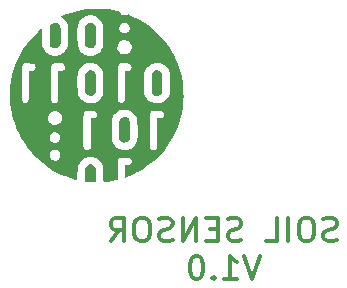
<source format=gbr>
%TF.GenerationSoftware,KiCad,Pcbnew,7.0.8*%
%TF.CreationDate,2024-02-12T20:34:51+01:00*%
%TF.ProjectId,tiny-plant-sensor,74696e79-2d70-46c6-916e-742d73656e73,rev?*%
%TF.SameCoordinates,Original*%
%TF.FileFunction,Legend,Bot*%
%TF.FilePolarity,Positive*%
%FSLAX46Y46*%
G04 Gerber Fmt 4.6, Leading zero omitted, Abs format (unit mm)*
G04 Created by KiCad (PCBNEW 7.0.8) date 2024-02-12 20:34:51*
%MOMM*%
%LPD*%
G01*
G04 APERTURE LIST*
%ADD10C,0.300000*%
G04 APERTURE END LIST*
D10*
X113571428Y-54674400D02*
X113285714Y-54769638D01*
X113285714Y-54769638D02*
X112809523Y-54769638D01*
X112809523Y-54769638D02*
X112619047Y-54674400D01*
X112619047Y-54674400D02*
X112523809Y-54579161D01*
X112523809Y-54579161D02*
X112428571Y-54388685D01*
X112428571Y-54388685D02*
X112428571Y-54198209D01*
X112428571Y-54198209D02*
X112523809Y-54007733D01*
X112523809Y-54007733D02*
X112619047Y-53912495D01*
X112619047Y-53912495D02*
X112809523Y-53817257D01*
X112809523Y-53817257D02*
X113190476Y-53722019D01*
X113190476Y-53722019D02*
X113380952Y-53626780D01*
X113380952Y-53626780D02*
X113476190Y-53531542D01*
X113476190Y-53531542D02*
X113571428Y-53341066D01*
X113571428Y-53341066D02*
X113571428Y-53150590D01*
X113571428Y-53150590D02*
X113476190Y-52960114D01*
X113476190Y-52960114D02*
X113380952Y-52864876D01*
X113380952Y-52864876D02*
X113190476Y-52769638D01*
X113190476Y-52769638D02*
X112714285Y-52769638D01*
X112714285Y-52769638D02*
X112428571Y-52864876D01*
X111190476Y-52769638D02*
X110809523Y-52769638D01*
X110809523Y-52769638D02*
X110619047Y-52864876D01*
X110619047Y-52864876D02*
X110428571Y-53055352D01*
X110428571Y-53055352D02*
X110333333Y-53436304D01*
X110333333Y-53436304D02*
X110333333Y-54102971D01*
X110333333Y-54102971D02*
X110428571Y-54483923D01*
X110428571Y-54483923D02*
X110619047Y-54674400D01*
X110619047Y-54674400D02*
X110809523Y-54769638D01*
X110809523Y-54769638D02*
X111190476Y-54769638D01*
X111190476Y-54769638D02*
X111380952Y-54674400D01*
X111380952Y-54674400D02*
X111571428Y-54483923D01*
X111571428Y-54483923D02*
X111666666Y-54102971D01*
X111666666Y-54102971D02*
X111666666Y-53436304D01*
X111666666Y-53436304D02*
X111571428Y-53055352D01*
X111571428Y-53055352D02*
X111380952Y-52864876D01*
X111380952Y-52864876D02*
X111190476Y-52769638D01*
X109476190Y-54769638D02*
X109476190Y-52769638D01*
X107571428Y-54769638D02*
X108523809Y-54769638D01*
X108523809Y-54769638D02*
X108523809Y-52769638D01*
X105476189Y-54674400D02*
X105190475Y-54769638D01*
X105190475Y-54769638D02*
X104714284Y-54769638D01*
X104714284Y-54769638D02*
X104523808Y-54674400D01*
X104523808Y-54674400D02*
X104428570Y-54579161D01*
X104428570Y-54579161D02*
X104333332Y-54388685D01*
X104333332Y-54388685D02*
X104333332Y-54198209D01*
X104333332Y-54198209D02*
X104428570Y-54007733D01*
X104428570Y-54007733D02*
X104523808Y-53912495D01*
X104523808Y-53912495D02*
X104714284Y-53817257D01*
X104714284Y-53817257D02*
X105095237Y-53722019D01*
X105095237Y-53722019D02*
X105285713Y-53626780D01*
X105285713Y-53626780D02*
X105380951Y-53531542D01*
X105380951Y-53531542D02*
X105476189Y-53341066D01*
X105476189Y-53341066D02*
X105476189Y-53150590D01*
X105476189Y-53150590D02*
X105380951Y-52960114D01*
X105380951Y-52960114D02*
X105285713Y-52864876D01*
X105285713Y-52864876D02*
X105095237Y-52769638D01*
X105095237Y-52769638D02*
X104619046Y-52769638D01*
X104619046Y-52769638D02*
X104333332Y-52864876D01*
X103476189Y-53722019D02*
X102809522Y-53722019D01*
X102523808Y-54769638D02*
X103476189Y-54769638D01*
X103476189Y-54769638D02*
X103476189Y-52769638D01*
X103476189Y-52769638D02*
X102523808Y-52769638D01*
X101666665Y-54769638D02*
X101666665Y-52769638D01*
X101666665Y-52769638D02*
X100523808Y-54769638D01*
X100523808Y-54769638D02*
X100523808Y-52769638D01*
X99666665Y-54674400D02*
X99380951Y-54769638D01*
X99380951Y-54769638D02*
X98904760Y-54769638D01*
X98904760Y-54769638D02*
X98714284Y-54674400D01*
X98714284Y-54674400D02*
X98619046Y-54579161D01*
X98619046Y-54579161D02*
X98523808Y-54388685D01*
X98523808Y-54388685D02*
X98523808Y-54198209D01*
X98523808Y-54198209D02*
X98619046Y-54007733D01*
X98619046Y-54007733D02*
X98714284Y-53912495D01*
X98714284Y-53912495D02*
X98904760Y-53817257D01*
X98904760Y-53817257D02*
X99285713Y-53722019D01*
X99285713Y-53722019D02*
X99476189Y-53626780D01*
X99476189Y-53626780D02*
X99571427Y-53531542D01*
X99571427Y-53531542D02*
X99666665Y-53341066D01*
X99666665Y-53341066D02*
X99666665Y-53150590D01*
X99666665Y-53150590D02*
X99571427Y-52960114D01*
X99571427Y-52960114D02*
X99476189Y-52864876D01*
X99476189Y-52864876D02*
X99285713Y-52769638D01*
X99285713Y-52769638D02*
X98809522Y-52769638D01*
X98809522Y-52769638D02*
X98523808Y-52864876D01*
X97285713Y-52769638D02*
X96904760Y-52769638D01*
X96904760Y-52769638D02*
X96714284Y-52864876D01*
X96714284Y-52864876D02*
X96523808Y-53055352D01*
X96523808Y-53055352D02*
X96428570Y-53436304D01*
X96428570Y-53436304D02*
X96428570Y-54102971D01*
X96428570Y-54102971D02*
X96523808Y-54483923D01*
X96523808Y-54483923D02*
X96714284Y-54674400D01*
X96714284Y-54674400D02*
X96904760Y-54769638D01*
X96904760Y-54769638D02*
X97285713Y-54769638D01*
X97285713Y-54769638D02*
X97476189Y-54674400D01*
X97476189Y-54674400D02*
X97666665Y-54483923D01*
X97666665Y-54483923D02*
X97761903Y-54102971D01*
X97761903Y-54102971D02*
X97761903Y-53436304D01*
X97761903Y-53436304D02*
X97666665Y-53055352D01*
X97666665Y-53055352D02*
X97476189Y-52864876D01*
X97476189Y-52864876D02*
X97285713Y-52769638D01*
X94428570Y-54769638D02*
X95095237Y-53817257D01*
X95571427Y-54769638D02*
X95571427Y-52769638D01*
X95571427Y-52769638D02*
X94809522Y-52769638D01*
X94809522Y-52769638D02*
X94619046Y-52864876D01*
X94619046Y-52864876D02*
X94523808Y-52960114D01*
X94523808Y-52960114D02*
X94428570Y-53150590D01*
X94428570Y-53150590D02*
X94428570Y-53436304D01*
X94428570Y-53436304D02*
X94523808Y-53626780D01*
X94523808Y-53626780D02*
X94619046Y-53722019D01*
X94619046Y-53722019D02*
X94809522Y-53817257D01*
X94809522Y-53817257D02*
X95571427Y-53817257D01*
X107047618Y-55989638D02*
X106380952Y-57989638D01*
X106380952Y-57989638D02*
X105714285Y-55989638D01*
X103999999Y-57989638D02*
X105142856Y-57989638D01*
X104571428Y-57989638D02*
X104571428Y-55989638D01*
X104571428Y-55989638D02*
X104761904Y-56275352D01*
X104761904Y-56275352D02*
X104952380Y-56465828D01*
X104952380Y-56465828D02*
X105142856Y-56561066D01*
X103142856Y-57799161D02*
X103047618Y-57894400D01*
X103047618Y-57894400D02*
X103142856Y-57989638D01*
X103142856Y-57989638D02*
X103238094Y-57894400D01*
X103238094Y-57894400D02*
X103142856Y-57799161D01*
X103142856Y-57799161D02*
X103142856Y-57989638D01*
X101809523Y-55989638D02*
X101619046Y-55989638D01*
X101619046Y-55989638D02*
X101428570Y-56084876D01*
X101428570Y-56084876D02*
X101333332Y-56180114D01*
X101333332Y-56180114D02*
X101238094Y-56370590D01*
X101238094Y-56370590D02*
X101142856Y-56751542D01*
X101142856Y-56751542D02*
X101142856Y-57227733D01*
X101142856Y-57227733D02*
X101238094Y-57608685D01*
X101238094Y-57608685D02*
X101333332Y-57799161D01*
X101333332Y-57799161D02*
X101428570Y-57894400D01*
X101428570Y-57894400D02*
X101619046Y-57989638D01*
X101619046Y-57989638D02*
X101809523Y-57989638D01*
X101809523Y-57989638D02*
X101999999Y-57894400D01*
X101999999Y-57894400D02*
X102095237Y-57799161D01*
X102095237Y-57799161D02*
X102190475Y-57608685D01*
X102190475Y-57608685D02*
X102285713Y-57227733D01*
X102285713Y-57227733D02*
X102285713Y-56751542D01*
X102285713Y-56751542D02*
X102190475Y-56370590D01*
X102190475Y-56370590D02*
X102095237Y-56180114D01*
X102095237Y-56180114D02*
X101999999Y-56084876D01*
X101999999Y-56084876D02*
X101809523Y-55989638D01*
%TO.C,G\u002A\u002A\u002A*%
G36*
X92833074Y-48261004D02*
G01*
X92882551Y-48279323D01*
X92995536Y-48352339D01*
X93094951Y-48454027D01*
X93160211Y-48565246D01*
X93168622Y-48605935D01*
X93177877Y-48702985D01*
X93185053Y-48841906D01*
X93189692Y-49013293D01*
X93191340Y-49207742D01*
X93191340Y-49767669D01*
X92788049Y-49748496D01*
X92683350Y-49744117D01*
X92525386Y-49738021D01*
X92411148Y-49728077D01*
X92333650Y-49706489D01*
X92285906Y-49665459D01*
X92260932Y-49597188D01*
X92251742Y-49493879D01*
X92251350Y-49347733D01*
X92252772Y-49150954D01*
X92253230Y-49000986D01*
X92255751Y-48833933D01*
X92261070Y-48710132D01*
X92269854Y-48620590D01*
X92282770Y-48556314D01*
X92300488Y-48508311D01*
X92308347Y-48492583D01*
X92403039Y-48370366D01*
X92531398Y-48286694D01*
X92679413Y-48248072D01*
X92833074Y-48261004D01*
G37*
G36*
X95793696Y-44278403D02*
G01*
X95823073Y-44293192D01*
X95890609Y-44329689D01*
X95943309Y-44367274D01*
X95983115Y-44413144D01*
X96011967Y-44474494D01*
X96031804Y-44558522D01*
X96044568Y-44672421D01*
X96052199Y-44823389D01*
X96056637Y-45018622D01*
X96059824Y-45265315D01*
X96061401Y-45438574D01*
X96062050Y-45632677D01*
X96061407Y-45802748D01*
X96059549Y-45940133D01*
X96056554Y-46036177D01*
X96052500Y-46082223D01*
X96031166Y-46134779D01*
X95965634Y-46228845D01*
X95878422Y-46315454D01*
X95788522Y-46373640D01*
X95713919Y-46398767D01*
X95560489Y-46408958D01*
X95414467Y-46368205D01*
X95287975Y-46281021D01*
X95193130Y-46151920D01*
X95192822Y-46151311D01*
X95172017Y-46107321D01*
X95156135Y-46062952D01*
X95144514Y-46009878D01*
X95136492Y-45939771D01*
X95131405Y-45844308D01*
X95128592Y-45715162D01*
X95127390Y-45544008D01*
X95127137Y-45322519D01*
X95127343Y-45164755D01*
X95129175Y-44955201D01*
X95134129Y-44791681D01*
X95143664Y-44666428D01*
X95159235Y-44571675D01*
X95182302Y-44499653D01*
X95214320Y-44442595D01*
X95256748Y-44392733D01*
X95311042Y-44342301D01*
X95359934Y-44303519D01*
X95497523Y-44237007D01*
X95641561Y-44228708D01*
X95793696Y-44278403D01*
G37*
G36*
X98535920Y-40328852D02*
G01*
X98661112Y-40408233D01*
X98757198Y-40529159D01*
X98765567Y-40545827D01*
X98779566Y-40584947D01*
X98790167Y-40637798D01*
X98797825Y-40711869D01*
X98802993Y-40814646D01*
X98806123Y-40953617D01*
X98807669Y-41136270D01*
X98808084Y-41370092D01*
X98808083Y-41385958D01*
X98807763Y-41613223D01*
X98806498Y-41789954D01*
X98803760Y-41923802D01*
X98799018Y-42022418D01*
X98791743Y-42093454D01*
X98781405Y-42144563D01*
X98767475Y-42183395D01*
X98749423Y-42217603D01*
X98704991Y-42282516D01*
X98584041Y-42392749D01*
X98437854Y-42452813D01*
X98338872Y-42463045D01*
X98183428Y-42436236D01*
X98046632Y-42360387D01*
X97941550Y-42241073D01*
X97938203Y-42235495D01*
X97921626Y-42202969D01*
X97908833Y-42163621D01*
X97899338Y-42110045D01*
X97892653Y-42034836D01*
X97888292Y-41930589D01*
X97885769Y-41789899D01*
X97884598Y-41605361D01*
X97884290Y-41369568D01*
X97884338Y-41156974D01*
X97884946Y-40969818D01*
X97886720Y-40827130D01*
X97890266Y-40721440D01*
X97896188Y-40645279D01*
X97905089Y-40591177D01*
X97917575Y-40551663D01*
X97934249Y-40519267D01*
X97955715Y-40486520D01*
X97992023Y-40439974D01*
X98109675Y-40346577D01*
X98247806Y-40297364D01*
X98394020Y-40291676D01*
X98535920Y-40328852D01*
G37*
G36*
X89885273Y-36280751D02*
G01*
X90024841Y-36373829D01*
X90049637Y-36397791D01*
X90125128Y-36492763D01*
X90169579Y-36584816D01*
X90175641Y-36617784D01*
X90184275Y-36713424D01*
X90190910Y-36849818D01*
X90195538Y-37015924D01*
X90198149Y-37200701D01*
X90198732Y-37393106D01*
X90197279Y-37582097D01*
X90193779Y-37756634D01*
X90188222Y-37905672D01*
X90180600Y-38018171D01*
X90170901Y-38083089D01*
X90169330Y-38088381D01*
X90108017Y-38208378D01*
X90009151Y-38318387D01*
X89891686Y-38397093D01*
X89835035Y-38416013D01*
X89707162Y-38426559D01*
X89576340Y-38405983D01*
X89470380Y-38356937D01*
X89463142Y-38351382D01*
X89392100Y-38283365D01*
X89327079Y-38202723D01*
X89315205Y-38184816D01*
X89297780Y-38153409D01*
X89284562Y-38116091D01*
X89274970Y-38065326D01*
X89268424Y-37993578D01*
X89264343Y-37893313D01*
X89262146Y-37756994D01*
X89261254Y-37577086D01*
X89261086Y-37346053D01*
X89261087Y-37329432D01*
X89261539Y-37086019D01*
X89263709Y-36893413D01*
X89268886Y-36744210D01*
X89278360Y-36631009D01*
X89293420Y-36546407D01*
X89315355Y-36483000D01*
X89345456Y-36433387D01*
X89385011Y-36390165D01*
X89435311Y-36345932D01*
X89453986Y-36330952D01*
X89591762Y-36258930D01*
X89738219Y-36242324D01*
X89885273Y-36280751D01*
G37*
G36*
X92901532Y-36287335D02*
G01*
X93027025Y-36372230D01*
X93123800Y-36500097D01*
X93127969Y-36508023D01*
X93148221Y-36549754D01*
X93163627Y-36592787D01*
X93174850Y-36645315D01*
X93182549Y-36715533D01*
X93187387Y-36811635D01*
X93190024Y-36941814D01*
X93191121Y-37114265D01*
X93191340Y-37337182D01*
X93191336Y-37380971D01*
X93191009Y-37594294D01*
X93189686Y-37758611D01*
X93186705Y-37882117D01*
X93181406Y-37973005D01*
X93173127Y-38039470D01*
X93161207Y-38089706D01*
X93144985Y-38131907D01*
X93123800Y-38174267D01*
X93053269Y-38275158D01*
X92925821Y-38371830D01*
X92890416Y-38389223D01*
X92736140Y-38429304D01*
X92585516Y-38411613D01*
X92443575Y-38336518D01*
X92437848Y-38332143D01*
X92383958Y-38288763D01*
X92341691Y-38245830D01*
X92309637Y-38195955D01*
X92286384Y-38131749D01*
X92270522Y-38045825D01*
X92260640Y-37930795D01*
X92255328Y-37779270D01*
X92253176Y-37583862D01*
X92252772Y-37337182D01*
X92252774Y-37311555D01*
X92253282Y-37070021D01*
X92255672Y-36879062D01*
X92261354Y-36731290D01*
X92271739Y-36619317D01*
X92288237Y-36535754D01*
X92312259Y-36473214D01*
X92345215Y-36424308D01*
X92388517Y-36381648D01*
X92443575Y-36337846D01*
X92470720Y-36318629D01*
X92611582Y-36257721D01*
X92759118Y-36248228D01*
X92901532Y-36287335D01*
G37*
G36*
X92825947Y-40294963D02*
G01*
X92959693Y-40351102D01*
X92988681Y-40373523D01*
X93064808Y-40454955D01*
X93126575Y-40549082D01*
X93136660Y-40569119D01*
X93155041Y-40610096D01*
X93168826Y-40653731D01*
X93178556Y-40708025D01*
X93184769Y-40780976D01*
X93188004Y-40880583D01*
X93188801Y-41014847D01*
X93187698Y-41191767D01*
X93185236Y-41419342D01*
X93184925Y-41445954D01*
X93182018Y-41668615D01*
X93178755Y-41840929D01*
X93174501Y-41970419D01*
X93168624Y-42064606D01*
X93160489Y-42131013D01*
X93149463Y-42177162D01*
X93134912Y-42210576D01*
X93116202Y-42238777D01*
X93082352Y-42280640D01*
X92952275Y-42392814D01*
X92806445Y-42452813D01*
X92660340Y-42459183D01*
X92513572Y-42417108D01*
X92388828Y-42331586D01*
X92300383Y-42209482D01*
X92299332Y-42207239D01*
X92284442Y-42166569D01*
X92273003Y-42112004D01*
X92264592Y-42036083D01*
X92258786Y-41931347D01*
X92255163Y-41790336D01*
X92253299Y-41605591D01*
X92252772Y-41369653D01*
X92252777Y-41327476D01*
X92253133Y-41107860D01*
X92254462Y-40937777D01*
X92257338Y-40809407D01*
X92262329Y-40714933D01*
X92270009Y-40646537D01*
X92280948Y-40596400D01*
X92295718Y-40556705D01*
X92314890Y-40519633D01*
X92314965Y-40519500D01*
X92410379Y-40403511D01*
X92536925Y-40324922D01*
X92680236Y-40287487D01*
X92825947Y-40294963D01*
G37*
G36*
X97818064Y-36658607D02*
G01*
X98306218Y-37082969D01*
X98754684Y-37547446D01*
X99160745Y-38049447D01*
X99415254Y-38428054D01*
X99521685Y-38586381D01*
X99834786Y-39155658D01*
X99893401Y-39276697D01*
X100113750Y-39783652D01*
X100289109Y-40286729D01*
X100425325Y-40804472D01*
X100528244Y-41355427D01*
X100552413Y-41543263D01*
X100577051Y-41839310D01*
X100591310Y-42161737D01*
X100592477Y-42264665D01*
X100595075Y-42493743D01*
X100588229Y-42818525D01*
X100570657Y-43119283D01*
X100542241Y-43379214D01*
X100542171Y-43379701D01*
X100433355Y-43981347D01*
X100417846Y-44040622D01*
X100284683Y-44549573D01*
X100092190Y-45097348D01*
X99851911Y-45637644D01*
X99714122Y-45905161D01*
X99376328Y-46470892D01*
X98994769Y-46998804D01*
X98584982Y-47471242D01*
X98571173Y-47487162D01*
X98107269Y-47934230D01*
X97604786Y-48338275D01*
X97065451Y-48697561D01*
X96490994Y-49010355D01*
X96408785Y-49050059D01*
X96240285Y-49128935D01*
X96079025Y-49201453D01*
X95940048Y-49260922D01*
X95838395Y-49300650D01*
X95625751Y-49375990D01*
X95625751Y-48834011D01*
X95625751Y-48292032D01*
X95815935Y-48292032D01*
X95901470Y-48290460D01*
X95981841Y-48280060D01*
X96041424Y-48254219D01*
X96101905Y-48206447D01*
X96162828Y-48142877D01*
X96191050Y-48077989D01*
X96197691Y-47984064D01*
X96191294Y-47891341D01*
X96163517Y-47826215D01*
X96101905Y-47761681D01*
X96091766Y-47752644D01*
X96052748Y-47720492D01*
X96013804Y-47698902D01*
X95963187Y-47685770D01*
X95889151Y-47678994D01*
X95779948Y-47676470D01*
X95623832Y-47676097D01*
X95534499Y-47676657D01*
X95360820Y-47683178D01*
X95233187Y-47698735D01*
X95142944Y-47725478D01*
X95081438Y-47765558D01*
X95040015Y-47821123D01*
X95034335Y-47842284D01*
X95025905Y-47922196D01*
X95019089Y-48053751D01*
X95014036Y-48232547D01*
X95010896Y-48454185D01*
X95009816Y-48714262D01*
X95009816Y-49550972D01*
X94899827Y-49579838D01*
X94898772Y-49580114D01*
X94770004Y-49609828D01*
X94603016Y-49642730D01*
X94417660Y-49675329D01*
X94233787Y-49704130D01*
X94071248Y-49725641D01*
X94053010Y-49727743D01*
X93947431Y-49740125D01*
X93868188Y-49749769D01*
X93831256Y-49754739D01*
X93827953Y-49746851D01*
X93821764Y-49691463D01*
X93815705Y-49590041D01*
X93810138Y-49450757D01*
X93805425Y-49281781D01*
X93801925Y-49091281D01*
X93801694Y-49074732D01*
X93798493Y-48863258D01*
X93794956Y-48700870D01*
X93790139Y-48578611D01*
X93783096Y-48487525D01*
X93772882Y-48418656D01*
X93758552Y-48363047D01*
X93739162Y-48311742D01*
X93713765Y-48255786D01*
X93673846Y-48180409D01*
X93539181Y-47998304D01*
X93367972Y-47839198D01*
X93176035Y-47718880D01*
X93128782Y-47696584D01*
X93044892Y-47663446D01*
X92962493Y-47644396D01*
X92861557Y-47635667D01*
X92722056Y-47633493D01*
X92658718Y-47633737D01*
X92535548Y-47638194D01*
X92441739Y-47651163D01*
X92356531Y-47676423D01*
X92259165Y-47717753D01*
X92103916Y-47808622D01*
X91933894Y-47954796D01*
X91791812Y-48128275D01*
X91692934Y-48313015D01*
X91683586Y-48337633D01*
X91661860Y-48404528D01*
X91645737Y-48476873D01*
X91634050Y-48565309D01*
X91625632Y-48680479D01*
X91619318Y-48833024D01*
X91613940Y-49033588D01*
X91610516Y-49172531D01*
X91605561Y-49329626D01*
X91599872Y-49440550D01*
X91592611Y-49512698D01*
X91582938Y-49553461D01*
X91570013Y-49570234D01*
X91552997Y-49570410D01*
X91509441Y-49558509D01*
X91423944Y-49536150D01*
X91320156Y-49509622D01*
X91292532Y-49502523D01*
X90968473Y-49404953D01*
X90617558Y-49276355D01*
X90255574Y-49123760D01*
X89898309Y-48954203D01*
X89561551Y-48774716D01*
X89261086Y-48592333D01*
X89224013Y-48567900D01*
X88684862Y-48176270D01*
X88189147Y-47745290D01*
X87977513Y-47525228D01*
X89261335Y-47525228D01*
X89291834Y-47657387D01*
X89365166Y-47776930D01*
X89484116Y-47873593D01*
X89488534Y-47876084D01*
X89601978Y-47921300D01*
X89715705Y-47939104D01*
X89821891Y-47926534D01*
X89961155Y-47866198D01*
X90071511Y-47764151D01*
X90144137Y-47629472D01*
X90170214Y-47471242D01*
X90161761Y-47379266D01*
X90108123Y-47236784D01*
X90010870Y-47126874D01*
X89876800Y-47056079D01*
X89712710Y-47030941D01*
X89653917Y-47034363D01*
X89512004Y-47075672D01*
X89399005Y-47155675D01*
X89317705Y-47264110D01*
X89270887Y-47390715D01*
X89261335Y-47525228D01*
X87977513Y-47525228D01*
X87737301Y-47275449D01*
X87329754Y-46767236D01*
X86966939Y-46221138D01*
X86857229Y-46019613D01*
X89265006Y-46019613D01*
X89297914Y-46159558D01*
X89374864Y-46284321D01*
X89495846Y-46382108D01*
X89646419Y-46436085D01*
X89801062Y-46432488D01*
X89954119Y-46371084D01*
X90072095Y-46270751D01*
X90145661Y-46135071D01*
X90170324Y-45967514D01*
X90165382Y-45903223D01*
X90118404Y-45765922D01*
X90030769Y-45653641D01*
X89913554Y-45572716D01*
X89777837Y-45529482D01*
X89634696Y-45530274D01*
X89495208Y-45581428D01*
X89430628Y-45626612D01*
X89331353Y-45741347D01*
X89276149Y-45876278D01*
X89265006Y-46019613D01*
X86857229Y-46019613D01*
X86649286Y-45637644D01*
X86624671Y-45586976D01*
X86529247Y-45368862D01*
X92106121Y-45368862D01*
X92106438Y-45593027D01*
X92107820Y-45876651D01*
X92108663Y-45967514D01*
X92110205Y-46133851D01*
X92113493Y-46359255D01*
X92117583Y-46547490D01*
X92122373Y-46693184D01*
X92127764Y-46790965D01*
X92133654Y-46835458D01*
X92168689Y-46899153D01*
X92227175Y-46969354D01*
X92298453Y-47014082D01*
X92412348Y-47034189D01*
X92532427Y-47010908D01*
X92640935Y-46945271D01*
X92736721Y-46859712D01*
X92741006Y-46224249D01*
X94525867Y-46224249D01*
X94610167Y-46406753D01*
X94693720Y-46550344D01*
X94828244Y-46712862D01*
X94985675Y-46851817D01*
X95149112Y-46950170D01*
X95162475Y-46956012D01*
X95267719Y-46990445D01*
X95396873Y-47011726D01*
X95567091Y-47022835D01*
X95615011Y-47024382D01*
X95743151Y-47025095D01*
X95838475Y-47016986D01*
X95920658Y-46997426D01*
X96009377Y-46963791D01*
X96117534Y-46913348D01*
X96308530Y-46789108D01*
X96461309Y-46630539D01*
X96587805Y-46426557D01*
X96604006Y-46392985D01*
X96639200Y-46301580D01*
X96666301Y-46195715D01*
X96686005Y-46068047D01*
X96699008Y-45911229D01*
X96706005Y-45717916D01*
X96707694Y-45480764D01*
X96706603Y-45373200D01*
X97737529Y-45373200D01*
X97737537Y-45480764D01*
X97737539Y-45503995D01*
X97737806Y-45824828D01*
X97738767Y-46093682D01*
X97740858Y-46315453D01*
X97744517Y-46495038D01*
X97750178Y-46637334D01*
X97758279Y-46747238D01*
X97769257Y-46829646D01*
X97783546Y-46889454D01*
X97801585Y-46931560D01*
X97823808Y-46960861D01*
X97850653Y-46982252D01*
X97882556Y-47000631D01*
X97894224Y-47005884D01*
X97968676Y-47023656D01*
X98060490Y-47030831D01*
X98099189Y-47029550D01*
X98188226Y-47006892D01*
X98267730Y-46945096D01*
X98353465Y-46859362D01*
X98353465Y-45595905D01*
X98353465Y-44332448D01*
X98547044Y-44332448D01*
X98556601Y-44332441D01*
X98660698Y-44329635D01*
X98728696Y-44316837D01*
X98781583Y-44286912D01*
X98840347Y-44232725D01*
X98855548Y-44217078D01*
X98920341Y-44127818D01*
X98940070Y-44040622D01*
X98939321Y-44019760D01*
X98914353Y-43909025D01*
X98862431Y-43810248D01*
X98795043Y-43746712D01*
X98787879Y-43743851D01*
X98726163Y-43733192D01*
X98621464Y-43724655D01*
X98486352Y-43719044D01*
X98333395Y-43717164D01*
X98286560Y-43717311D01*
X98117942Y-43720267D01*
X97995650Y-43729180D01*
X97909712Y-43746992D01*
X97850155Y-43776644D01*
X97807006Y-43821077D01*
X97770292Y-43883233D01*
X97766472Y-43895059D01*
X97758540Y-43955209D01*
X97751945Y-44062499D01*
X97746643Y-44218848D01*
X97742592Y-44426174D01*
X97739751Y-44686396D01*
X97738078Y-45001432D01*
X97737529Y-45373200D01*
X96706603Y-45373200D01*
X96704770Y-45192428D01*
X96701304Y-44988711D01*
X96697149Y-44804547D01*
X96692053Y-44662977D01*
X96685270Y-44555452D01*
X96676051Y-44473419D01*
X96663649Y-44408329D01*
X96647317Y-44351630D01*
X96626308Y-44294771D01*
X96545164Y-44138037D01*
X96408075Y-43961484D01*
X96240988Y-43809722D01*
X96059312Y-43698942D01*
X96015732Y-43679300D01*
X95926227Y-43644954D01*
X95840325Y-43625137D01*
X95737298Y-43616042D01*
X95596421Y-43613856D01*
X95550412Y-43614014D01*
X95421270Y-43617994D01*
X95325006Y-43629968D01*
X95241675Y-43653434D01*
X95151330Y-43691887D01*
X94938787Y-43821383D01*
X94758411Y-43996959D01*
X94746910Y-44014891D01*
X94621188Y-44210915D01*
X94525867Y-44404540D01*
X94525867Y-45314394D01*
X94525867Y-46224249D01*
X92741006Y-46224249D01*
X92745241Y-45596080D01*
X92753760Y-44332448D01*
X92915818Y-44332448D01*
X92954606Y-44331686D01*
X93110599Y-44306985D01*
X93220620Y-44246662D01*
X93285985Y-44149653D01*
X93308009Y-44014891D01*
X93305837Y-43959142D01*
X93282452Y-43877038D01*
X93222926Y-43802247D01*
X93137192Y-43716512D01*
X92740357Y-43716512D01*
X92584981Y-43718637D01*
X92439459Y-43725411D01*
X92330941Y-43736090D01*
X92270231Y-43749906D01*
X92257323Y-43755879D01*
X92223161Y-43774181D01*
X92194573Y-43797269D01*
X92171065Y-43830041D01*
X92152139Y-43877394D01*
X92137299Y-43944225D01*
X92126048Y-44035434D01*
X92117891Y-44155916D01*
X92112330Y-44310571D01*
X92111946Y-44332082D01*
X92108868Y-44504295D01*
X92107011Y-44741986D01*
X92106260Y-45028543D01*
X92106121Y-45368862D01*
X86529247Y-45368862D01*
X86392351Y-45055956D01*
X86206763Y-44520827D01*
X86169492Y-44376816D01*
X89119764Y-44376816D01*
X89133527Y-44486534D01*
X89189670Y-44646450D01*
X89290589Y-44772407D01*
X89440857Y-44871452D01*
X89477715Y-44888584D01*
X89604697Y-44932004D01*
X89715705Y-44948383D01*
X89833411Y-44932228D01*
X89984926Y-44873983D01*
X90122341Y-44784501D01*
X90223621Y-44675615D01*
X90262286Y-44610686D01*
X90287689Y-44541762D01*
X90299447Y-44455808D01*
X90302310Y-44332082D01*
X90302310Y-44331614D01*
X90299655Y-44209596D01*
X90288486Y-44125665D01*
X90263964Y-44059426D01*
X90221249Y-43990484D01*
X90120482Y-43877199D01*
X89973153Y-43781498D01*
X89808534Y-43732586D01*
X89637641Y-43731814D01*
X89471490Y-43780534D01*
X89321099Y-43880096D01*
X89265428Y-43934232D01*
X89171653Y-44062212D01*
X89125407Y-44204044D01*
X89119764Y-44376816D01*
X86169492Y-44376816D01*
X86063386Y-43966832D01*
X85957703Y-43379214D01*
X85935508Y-43189853D01*
X85915433Y-42899939D01*
X85913728Y-42842471D01*
X86885335Y-42842471D01*
X86985058Y-42942194D01*
X86992137Y-42949124D01*
X87105287Y-43024080D01*
X87226272Y-43041566D01*
X87351391Y-43000986D01*
X87372760Y-42988882D01*
X87403942Y-42967863D01*
X87429527Y-42941466D01*
X87450075Y-42904363D01*
X87466145Y-42851226D01*
X87467573Y-42842471D01*
X89349077Y-42842471D01*
X89448800Y-42942194D01*
X89483394Y-42974707D01*
X89563297Y-43026565D01*
X89646779Y-43040742D01*
X89648272Y-43040721D01*
X89765174Y-43019760D01*
X89868064Y-42968068D01*
X89934944Y-42896643D01*
X89940550Y-42872198D01*
X89947808Y-42788498D01*
X89953863Y-42649930D01*
X89958663Y-42458746D01*
X89962156Y-42217195D01*
X89964289Y-41927529D01*
X89965012Y-41591997D01*
X89965012Y-41210975D01*
X91610778Y-41210975D01*
X91613764Y-41485530D01*
X91613777Y-41486399D01*
X91617578Y-41718499D01*
X91621648Y-41900313D01*
X91626691Y-42040188D01*
X91633412Y-42146469D01*
X91642515Y-42227501D01*
X91654705Y-42291631D01*
X91670685Y-42347203D01*
X91691160Y-42402565D01*
X91717617Y-42463164D01*
X91843741Y-42663854D01*
X92012566Y-42836285D01*
X92213431Y-42971059D01*
X92435675Y-43058780D01*
X92551968Y-43082921D01*
X92794707Y-43091859D01*
X93031083Y-43047875D01*
X93251835Y-42954334D01*
X93447701Y-42814605D01*
X93609419Y-42632055D01*
X93641003Y-42585977D01*
X93689070Y-42509134D01*
X93727059Y-42433348D01*
X93756049Y-42351159D01*
X93777123Y-42255103D01*
X93791361Y-42137717D01*
X93799845Y-41991538D01*
X93803655Y-41809105D01*
X93803874Y-41582954D01*
X93801581Y-41305623D01*
X93792610Y-40446189D01*
X93712252Y-40282677D01*
X93686911Y-40234028D01*
X93543843Y-40030405D01*
X93406196Y-39904505D01*
X95009816Y-39904505D01*
X95010468Y-41377887D01*
X95010479Y-41403003D01*
X95010544Y-41582954D01*
X95010600Y-41739454D01*
X95011004Y-42022474D01*
X95012187Y-42256958D01*
X95014649Y-42447802D01*
X95018887Y-42599899D01*
X95025399Y-42718144D01*
X95034685Y-42807432D01*
X95047242Y-42872657D01*
X95063569Y-42918714D01*
X95084163Y-42950498D01*
X95109524Y-42972902D01*
X95140149Y-42990823D01*
X95176536Y-43009153D01*
X95294871Y-43043188D01*
X95413810Y-43021520D01*
X95526028Y-42942194D01*
X95625751Y-42842471D01*
X95625751Y-42264665D01*
X97253580Y-42264665D01*
X97336330Y-42443713D01*
X97397527Y-42555048D01*
X97536800Y-42733829D01*
X97707112Y-42887290D01*
X97891805Y-42998783D01*
X97898991Y-43002005D01*
X98061710Y-43054608D01*
X98248692Y-43085274D01*
X98434966Y-43091453D01*
X98595559Y-43070598D01*
X98821280Y-42985141D01*
X99027069Y-42848981D01*
X99200489Y-42670068D01*
X99333255Y-42455311D01*
X99424019Y-42264665D01*
X99424019Y-41370092D01*
X99424019Y-40475519D01*
X99338934Y-40291266D01*
X99246995Y-40135068D01*
X99100583Y-39965341D01*
X98927281Y-39823608D01*
X98743105Y-39725089D01*
X98594700Y-39681652D01*
X98369037Y-39656565D01*
X98139418Y-39671825D01*
X97928176Y-39727368D01*
X97891039Y-39743069D01*
X97718630Y-39846364D01*
X97556326Y-39988773D01*
X97514546Y-40039539D01*
X97419703Y-40154780D01*
X97324339Y-40328868D01*
X97318444Y-40343595D01*
X97299496Y-40393795D01*
X97284650Y-40442953D01*
X97273407Y-40498532D01*
X97265265Y-40567994D01*
X97259725Y-40658802D01*
X97256286Y-40778420D01*
X97254449Y-40934310D01*
X97253714Y-41133935D01*
X97253580Y-41384757D01*
X97253580Y-42264665D01*
X95625751Y-42264665D01*
X95625751Y-41597017D01*
X95625751Y-40351564D01*
X95816390Y-40336262D01*
X95956985Y-40316576D01*
X96067751Y-40275465D01*
X96140961Y-40208022D01*
X96186760Y-40107993D01*
X96203843Y-40039539D01*
X96203599Y-39967559D01*
X96174415Y-39889222D01*
X96134488Y-39820321D01*
X96080194Y-39766156D01*
X96005141Y-39730219D01*
X95899953Y-39709665D01*
X95755255Y-39701649D01*
X95561674Y-39703328D01*
X95180840Y-39712933D01*
X95095328Y-39808719D01*
X95009816Y-39904505D01*
X93406196Y-39904505D01*
X93365824Y-39867578D01*
X93160726Y-39748309D01*
X92936425Y-39675356D01*
X92700794Y-39651480D01*
X92461707Y-39679442D01*
X92227037Y-39762002D01*
X92212801Y-39769126D01*
X92074561Y-39860719D01*
X91935677Y-39986442D01*
X91909116Y-40017408D01*
X91814526Y-40127685D01*
X91729484Y-40265840D01*
X91695215Y-40345924D01*
X91665161Y-40436983D01*
X91642512Y-40538619D01*
X91626508Y-40658834D01*
X91616391Y-40805630D01*
X91611400Y-40987009D01*
X91610778Y-41210975D01*
X89965012Y-41210975D01*
X89965012Y-40343533D01*
X90089666Y-40343369D01*
X90167207Y-40340451D01*
X90332235Y-40308741D01*
X90452713Y-40243343D01*
X90526541Y-40145737D01*
X90551617Y-40017408D01*
X90551426Y-40004420D01*
X90530301Y-39903113D01*
X90466106Y-39808719D01*
X90380594Y-39712933D01*
X89989489Y-39704475D01*
X89892492Y-39702611D01*
X89757751Y-39701895D01*
X89663191Y-39705610D01*
X89596986Y-39715005D01*
X89547308Y-39731325D01*
X89502329Y-39755817D01*
X89491922Y-39762622D01*
X89421713Y-39824965D01*
X89377676Y-39890837D01*
X89373915Y-39910298D01*
X89367798Y-39988247D01*
X89366290Y-40024621D01*
X89362406Y-40118311D01*
X89357818Y-40296316D01*
X89354112Y-40518088D01*
X89351367Y-40779453D01*
X89349662Y-41076237D01*
X89349077Y-41404265D01*
X89349077Y-42842471D01*
X87467573Y-42842471D01*
X87478297Y-42776727D01*
X87487089Y-42675537D01*
X87493082Y-42542328D01*
X87496833Y-42371772D01*
X87498902Y-42158540D01*
X87499848Y-41897304D01*
X87500231Y-41582736D01*
X87501271Y-40343533D01*
X87625924Y-40343369D01*
X87626913Y-40343368D01*
X87809114Y-40325849D01*
X87944075Y-40274038D01*
X88032281Y-40187749D01*
X88052191Y-40150452D01*
X88079801Y-40024621D01*
X88057280Y-39897999D01*
X87986744Y-39789115D01*
X87970385Y-39773056D01*
X87939654Y-39748062D01*
X87902757Y-39731177D01*
X87849196Y-39720811D01*
X87768470Y-39715374D01*
X87650082Y-39713278D01*
X87483533Y-39712933D01*
X87056505Y-39712933D01*
X86970920Y-39808719D01*
X86885335Y-39904505D01*
X86885335Y-41373488D01*
X86885335Y-42842471D01*
X85913728Y-42842471D01*
X85905987Y-42581522D01*
X85907053Y-42251233D01*
X85918511Y-41925701D01*
X85940243Y-41621555D01*
X85972130Y-41355427D01*
X85992811Y-41226228D01*
X86102565Y-40684373D01*
X86247393Y-40170838D01*
X86433051Y-39667356D01*
X86665295Y-39155658D01*
X86755992Y-38977100D01*
X87035292Y-38488430D01*
X87344846Y-38035636D01*
X87694091Y-37605685D01*
X88092469Y-37185546D01*
X88153442Y-37125757D01*
X88272993Y-37009915D01*
X88380603Y-36907373D01*
X88466395Y-36827496D01*
X88520497Y-36779648D01*
X88615820Y-36701367D01*
X88616537Y-37385903D01*
X88616956Y-37487594D01*
X88619541Y-37685192D01*
X88624143Y-37865105D01*
X88630386Y-38017091D01*
X88637893Y-38130906D01*
X88646288Y-38196306D01*
X88652517Y-38221895D01*
X88740180Y-38453508D01*
X88874652Y-38659891D01*
X89048469Y-38831675D01*
X89254170Y-38959492D01*
X89302867Y-38981472D01*
X89383972Y-39011153D01*
X89467380Y-39028390D01*
X89571853Y-39036384D01*
X89716156Y-39038337D01*
X89848022Y-39037085D01*
X89950435Y-39030608D01*
X90031395Y-39015115D01*
X90110136Y-38986819D01*
X90205894Y-38941936D01*
X90413252Y-38809238D01*
X90588708Y-38629304D01*
X90724303Y-38407736D01*
X90800924Y-38246420D01*
X90800924Y-37354131D01*
X91608311Y-37354131D01*
X91609606Y-37560313D01*
X91613128Y-37754022D01*
X91618878Y-37923722D01*
X91626856Y-38057876D01*
X91637061Y-38144947D01*
X91644979Y-38183482D01*
X91727270Y-38428553D01*
X91856926Y-38641827D01*
X92030551Y-38818778D01*
X92244748Y-38954880D01*
X92326118Y-38991212D01*
X92420735Y-39020397D01*
X92530219Y-39036988D01*
X92676418Y-39045574D01*
X92693486Y-39046159D01*
X92828625Y-39047776D01*
X92928547Y-39040176D01*
X93014193Y-39020444D01*
X93106503Y-38985660D01*
X93247202Y-38918200D01*
X93440825Y-38785479D01*
X93594127Y-38618674D01*
X93716319Y-38409075D01*
X93775576Y-38282738D01*
X94998055Y-38282738D01*
X95003851Y-38454346D01*
X95055832Y-38615252D01*
X95064598Y-38630297D01*
X95112168Y-38691735D01*
X95179241Y-38764179D01*
X95251522Y-38833637D01*
X95314717Y-38886117D01*
X95354531Y-38907628D01*
X95361610Y-38908369D01*
X95414543Y-38916690D01*
X95493765Y-38930898D01*
X95637411Y-38942160D01*
X95807904Y-38911743D01*
X95955374Y-38837530D01*
X96074038Y-38727114D01*
X96158118Y-38588091D01*
X96201831Y-38428054D01*
X96199398Y-38254598D01*
X96145036Y-38075316D01*
X96085453Y-37968069D01*
X95972208Y-37846703D01*
X95826176Y-37771474D01*
X95641583Y-37738520D01*
X95562212Y-37736389D01*
X95418654Y-37755937D01*
X95292112Y-37814398D01*
X95162612Y-37919311D01*
X95115083Y-37972132D01*
X95035959Y-38116607D01*
X95006341Y-38246420D01*
X94998055Y-38282738D01*
X93775576Y-38282738D01*
X93792610Y-38246420D01*
X93792610Y-37336565D01*
X93792610Y-36668643D01*
X95148857Y-36668643D01*
X95163998Y-36815200D01*
X95227111Y-36952020D01*
X95338565Y-37067630D01*
X95350330Y-37075689D01*
X95448258Y-37116846D01*
X95573207Y-37139301D01*
X95674152Y-37142060D01*
X95752566Y-37125623D01*
X95828366Y-37083155D01*
X95863428Y-37057606D01*
X95983279Y-36935119D01*
X96048607Y-36797727D01*
X96058042Y-36649861D01*
X96010210Y-36495952D01*
X95982380Y-36444480D01*
X95893913Y-36335321D01*
X95779808Y-36271170D01*
X95627084Y-36243472D01*
X95623316Y-36243212D01*
X95515980Y-36241725D01*
X95438282Y-36258973D01*
X95363365Y-36300794D01*
X95261004Y-36392206D01*
X95181316Y-36523821D01*
X95148857Y-36668643D01*
X93792610Y-36668643D01*
X93792610Y-36426711D01*
X93697289Y-36233085D01*
X93564081Y-36024079D01*
X93384733Y-35847473D01*
X93167147Y-35714058D01*
X93121003Y-35693205D01*
X93039912Y-35663420D01*
X92956436Y-35646082D01*
X92851840Y-35638011D01*
X92707391Y-35636027D01*
X92606946Y-35636732D01*
X92493672Y-35641949D01*
X92408149Y-35655094D01*
X92331885Y-35679469D01*
X92246390Y-35718377D01*
X92213245Y-35735297D01*
X92003466Y-35878340D01*
X91835404Y-36061176D01*
X91712216Y-36279603D01*
X91637061Y-36529417D01*
X91635251Y-36539881D01*
X91625408Y-36635389D01*
X91617792Y-36776103D01*
X91612404Y-36950489D01*
X91609244Y-37147011D01*
X91608311Y-37354131D01*
X90800924Y-37354131D01*
X90800924Y-37337182D01*
X90800924Y-36427944D01*
X90724633Y-36265289D01*
X90654672Y-36136531D01*
X90504799Y-35943968D01*
X90324564Y-35796005D01*
X90200166Y-35716961D01*
X90353894Y-35651803D01*
X90423719Y-35622612D01*
X91044442Y-35397886D01*
X91676497Y-35230510D01*
X92318423Y-35120609D01*
X92968760Y-35068309D01*
X93626048Y-35073734D01*
X94288826Y-35137008D01*
X94955634Y-35258258D01*
X95049274Y-35281265D01*
X95119575Y-35307460D01*
X95160413Y-35340839D01*
X95187242Y-35390208D01*
X95258604Y-35499127D01*
X95372092Y-35584929D01*
X95510224Y-35634707D01*
X95658663Y-35643437D01*
X95803075Y-35606092D01*
X95919467Y-35553606D01*
X96175900Y-35666688D01*
X96733560Y-35940591D01*
X97292939Y-36276951D01*
X97806030Y-36649861D01*
X97818064Y-36658607D01*
G37*
%TD*%
M02*

</source>
